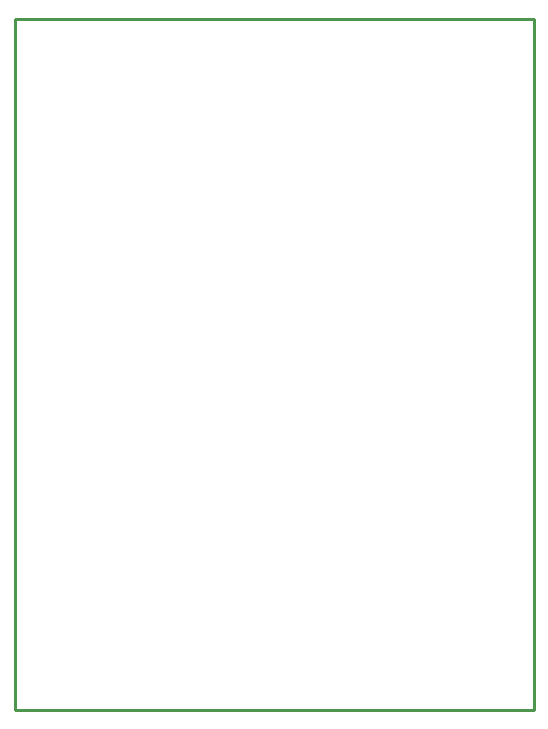
<source format=gko>
G04 Layer: BoardOutlineLayer*
G04 EasyEDA v6.5.22, 2023-01-22 13:06:19*
G04 0c68e4b3833447f1a742fbae9dbd46bb,e6ab44e7981244f9a09eab8f9c412657,10*
G04 Gerber Generator version 0.2*
G04 Scale: 100 percent, Rotated: No, Reflected: No *
G04 Dimensions in millimeters *
G04 leading zeros omitted , absolute positions ,4 integer and 5 decimal *
%FSLAX45Y45*%
%MOMM*%

%ADD10C,0.2540*%
D10*
X698500Y9309100D02*
G01*
X700023Y9321800D01*
X5092700Y9321800D01*
X5092700Y3467100D01*
X700023Y3467100D01*
X698500Y9321800D01*

%LPD*%
M02*

</source>
